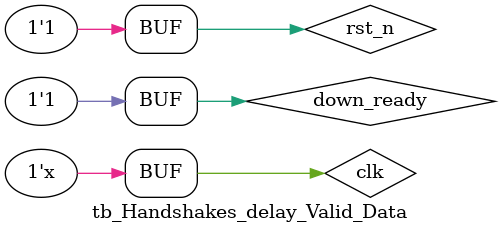
<source format=v>
`timescale 1 ns / 1 ps

module tb_Handshakes_delay_Valid_Data();
reg clk;
reg rst_n;
reg up_valid;
reg [7:0] up_data;
reg down_ready;
wire down_valid;
wire [7:0]down_data;
wire up_ready;

initial begin
	clk = 1'b0;
	rst_n = 1'b0;
	up_valid = 1'b0;
	up_data = 'd0;
	down_ready = 1'b0;
	#35
	rst_n = 1'b1;
	down_ready = 1'b0;
	#20
	down_ready = 1'b1;
	#20
	down_ready = 1'b0;
	#20
	down_ready = 1'b1;
	#20
	down_ready = 1'b0;
	#20
	down_ready = 1'b1;
	#20
	down_ready = 1'b0;
	#20
	down_ready = 1'b1;
	#20
	down_ready = 1'b0;
	#20
	down_ready = 1'b1;
	#20
	down_ready = 1'b0;
	#20
	down_ready = 1'b1;
	#20
	down_ready = 1'b0;
	#20
	down_ready = 1'b1;
	#20
	down_ready = 1'b0;
	#20
	down_ready = 1'b1;
end

always @(posedge clk)begin
	if(!rst_n)begin
		up_data <= 'd0;
		up_valid <= 1'b1;
	end
	else if(up_ready && up_valid)begin
		up_data <= {$random}%256;
		up_valid <= {$random}%2;
	end
	else if (up_valid == 1'b0)begin
		up_data <= {$random}%256;
		up_valid <= {$random}%2;
	end
end


always #10 clk = ~clk;

	Handshakes_delay_Valid_Data #(
			.WORD_WIDTH(8)
		) inst_Handshakes_delay_Valid_Data (
			.clk        (clk),
			.rst_n      (rst_n),
			.up_valid   (up_valid),
			.up_data    (up_data),
			.down_ready (down_ready),
			.down_valid (down_valid),
			.down_data  (down_data),
			.up_ready   (up_ready)
		);


endmodule
</source>
